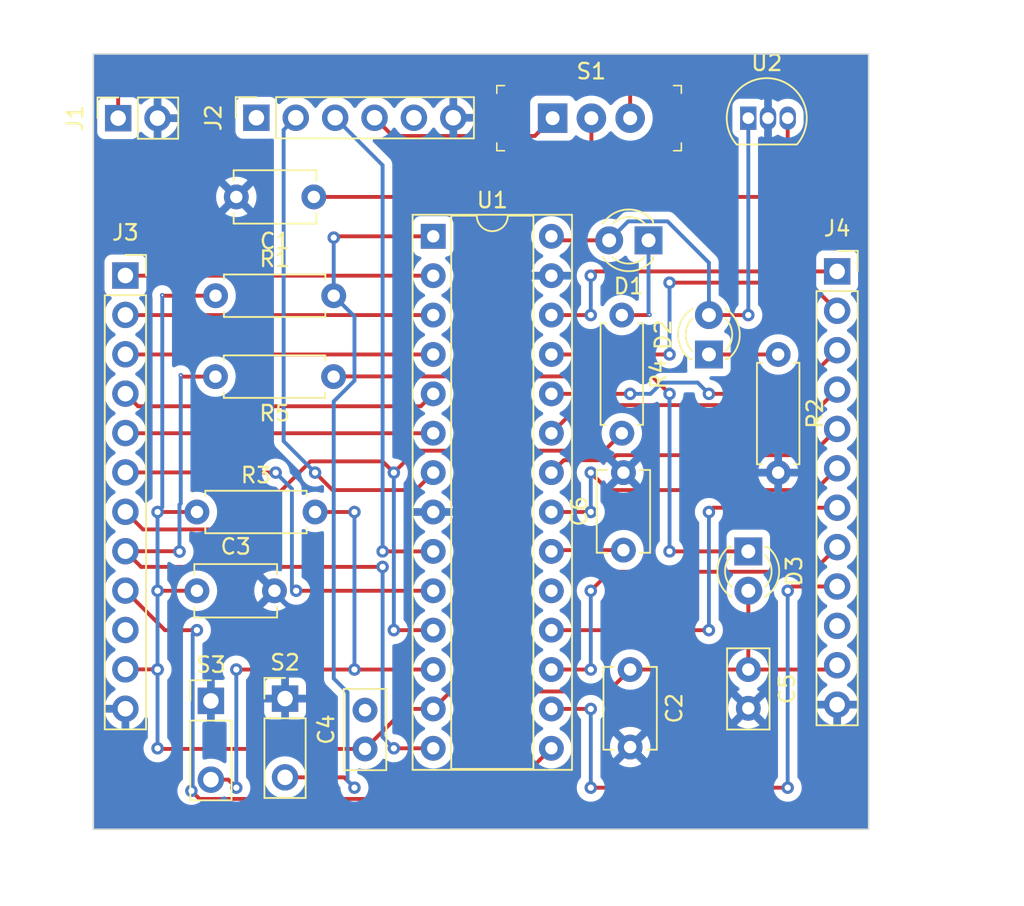
<source format=kicad_pcb>
(kicad_pcb (version 20221018) (generator pcbnew)
  (layers (0 "F.Cu" signal) (31 "B.Cu" signal) (34 "B.Paste" user) (35 "F.Paste" user) (36 "B.SilkS" user "B.Silkscreen") (37 "F.SilkS" user "F.Silkscreen") (38 "B.Mask" user) (39 "F.Mask" user) (44 "Edge.Cuts" user))
  (net 0 "")
  (net 1 "/Vin")
  (net 2 "GND")
  (net 3 "+3.3V")
  (net 4 "Net-(U1-Vcap)")
  (net 5 "Net-(D1-K)")
  (net 6 "Net-(D2-K)")
  (net 7 "Net-(D3-K)")
  (net 8 "Net-(J1-Pin_1)")
  (net 10 "/U1TX")
  (net 11 "/U1RX")
  (net 12 "+5V")
  (net 14 "/A0")
  (net 15 "/A1")
  (net 16 "/B0")
  (net 17 "/B1")
  (net 18 "/B2")
  (net 19 "/A3")
  (net 20 "/GREEN")
  (net 21 "/YELLOW")
  (net 22 "/B6")
  (net 24 "/B15")
  (net 25 "/B14")
  (net 26 "/B13")
  (net 27 "/B12")
  (net 28 "/B11")
  (net 29 "/B10")
  (net 30 "/B9")
  (net 31 "/B8")
  (net 32 "/B7")
  (net 34 "/MCLR")
  (net 35 "/USER")
  (footprint "Resistor_THT:R_Axial_DIN0207_L6.3mm_D2.5mm_P7.62mm_Horizontal" (layer "F.Cu") (at 107.882239 115.591474)
    (fp_text reference "R1" (at 3.81 -2.37) (layer "F.SilkS"))
    (fp_text value "10K")
    (fp_line (start 0.54 -1.37) (end 7.08 -1.37) (stroke (width 0.12)) (layer "F.SilkS"))
    (fp_line (start 0.54 -1.04) (end 0.54 -1.37) (stroke (width 0.12)) (layer "F.SilkS"))
    (fp_line (start 0.54 1.04) (end 0.54 1.37) (stroke (width 0.12)) (layer "F.SilkS"))
    (fp_line (start 0.54 1.37) (end 7.08 1.37) (stroke (width 0.12)) (layer "F.SilkS"))
    (fp_line (start 7.08 -1.37) (end 7.08 -1.04) (stroke (width 0.12)) (layer "F.SilkS"))
    (fp_line (start 7.08 1.37) (end 7.08 1.04) (stroke (width 0.12)) (layer "F.SilkS"))
    (pad "1" thru_hole circle (at 0 0) (size 1.6 1.6) (drill 0.8) (layers "*.Cu" "*.Mask") (net 3 "+3.3V"))
    (pad "2" thru_hole oval (at 7.62 0) (size 1.6 1.6) (drill 0.8) (layers "*.Cu" "*.Mask") (net 34 "/MCLR"))
  )
  (footprint "Resistor_THT:R_Axial_DIN0207_L6.3mm_D2.5mm_P7.62mm_Horizontal" (layer "F.Cu") (at 106.68 129.54)
    (fp_text reference "R3" (at 3.81 -2.37) (layer "F.SilkS"))
    (fp_text value "10K")
    (fp_line (start 0.54 -1.37) (end 7.08 -1.37) (stroke (width 0.12)) (layer "F.SilkS"))
    (fp_line (start 0.54 -1.04) (end 0.54 -1.37) (stroke (width 0.12)) (layer "F.SilkS"))
    (fp_line (start 0.54 1.04) (end 0.54 1.37) (stroke (width 0.12)) (layer "F.SilkS"))
    (fp_line (start 0.54 1.37) (end 7.08 1.37) (stroke (width 0.12)) (layer "F.SilkS"))
    (fp_line (start 7.08 -1.37) (end 7.08 -1.04) (stroke (width 0.12)) (layer "F.SilkS"))
    (fp_line (start 7.08 1.37) (end 7.08 1.04) (stroke (width 0.12)) (layer "F.SilkS"))
    (pad "1" thru_hole circle (at 0 0) (size 1.6 1.6) (drill 0.8) (layers "*.Cu" "*.Mask") (net 3 "+3.3V"))
    (pad "2" thru_hole oval (at 7.62 0) (size 1.6 1.6) (drill 0.8) (layers "*.Cu" "*.Mask") (net 35 "/USER"))
  )
  (footprint "LED_THT:LED_D3.0mm" (layer "F.Cu") (at 142.24 132.08 -90)
    (fp_text reference "D3" (at 1.27 -2.96 90) (layer "F.SilkS"))
    (fp_text value "YELLOW")
    (fp_line (start -0.29 -1.236) (end -0.29 -1.08) (stroke (width 0.12)) (layer "F.SilkS"))
    (fp_line (start -0.29 1.08) (end -0.29 1.236) (stroke (width 0.12)) (layer "F.SilkS"))
    (fp_arc (start -0.29 -1.235516) (mid 1.366487 -1.987659) (end 2.942335 -1.078608) (stroke (width 0.12)) (layer "F.SilkS"))
    (fp_arc (start 0.229039 -1.08) (mid 1.270117 -1.5) (end 2.31113 -1.079837) (stroke (width 0.12)) (layer "F.SilkS"))
    (fp_arc (start 2.31113 1.079837) (mid 1.270117 1.5) (end 0.229039 1.08) (stroke (width 0.12)) (layer "F.SilkS"))
    (fp_arc (start 2.942335 1.078608) (mid 1.366487 1.987659) (end -0.29 1.235516) (stroke (width 0.12)) (layer "F.SilkS"))
    (pad "1" thru_hole rect (at 0 0 270) (size 1.8 1.8) (drill 0.9) (layers "*.Cu" "*.Mask") (net 7 "Net-(D3-K)"))
    (pad "2" thru_hole circle (at 2.54 0 270) (size 1.8 1.8) (drill 0.9) (layers "*.Cu" "*.Mask") (net 3 "+3.3V"))
  )
  (footprint "Capacitor_THT:C_Disc_D5.0mm_W2.5mm_P2.50mm" (layer "F.Cu") (at 117.520667 144.820116 90)
    (fp_text reference "C4" (at 1.25 -2.5 90) (layer "F.SilkS"))
    (fp_text value "0.1 uF")
    (fp_line (start -1.37 -1.37) (end -1.37 1.37) (stroke (width 0.12)) (layer "F.SilkS"))
    (fp_line (start -1.37 -1.37) (end 3.87 -1.37) (stroke (width 0.12)) (layer "F.SilkS"))
    (fp_line (start -1.37 1.37) (end 3.87 1.37) (stroke (width 0.12)) (layer "F.SilkS"))
    (fp_line (start 3.87 -1.37) (end 3.87 1.37) (stroke (width 0.12)) (layer "F.SilkS"))
    (pad "1" thru_hole circle (at 0 0 90) (size 1.6 1.6) (drill 0.8) (layers "*.Cu" "*.Mask") (net 3 "+3.3V"))
    (pad "2" thru_hole circle (at 2.5 0 90) (size 1.6 1.6) (drill 0.8) (layers "*.Cu" "*.Mask") (net 2 "GND"))
  )
  (footprint "Resistor_THT:R_Axial_DIN0207_L6.3mm_D2.5mm_P7.62mm_Horizontal" (layer "F.Cu") (at 134.081755 116.84 -90)
    (fp_text reference "R4" (at 3.81 -2.37 90) (layer "F.SilkS"))
    (fp_text value "330")
    (fp_line (start 0.54 -1.37) (end 7.08 -1.37) (stroke (width 0.12)) (layer "F.SilkS"))
    (fp_line (start 0.54 -1.04) (end 0.54 -1.37) (stroke (width 0.12)) (layer "F.SilkS"))
    (fp_line (start 0.54 1.04) (end 0.54 1.37) (stroke (width 0.12)) (layer "F.SilkS"))
    (fp_line (start 0.54 1.37) (end 7.08 1.37) (stroke (width 0.12)) (layer "F.SilkS"))
    (fp_line (start 7.08 -1.37) (end 7.08 -1.04) (stroke (width 0.12)) (layer "F.SilkS"))
    (fp_line (start 7.08 1.37) (end 7.08 1.04) (stroke (width 0.12)) (layer "F.SilkS"))
    (pad "1" thru_hole circle (at 0 0 270) (size 1.6 1.6) (drill 0.8) (layers "*.Cu" "*.Mask") (net 5 "Net-(D1-K)"))
    (pad "2" thru_hole oval (at 7.62 0 270) (size 1.6 1.6) (drill 0.8) (layers "*.Cu" "*.Mask") (net 20 "/GREEN"))
  )
  (footprint "Connector_PinSocket_2.54mm:PinSocket_1x12_P2.54mm_Vertical" (layer "F.Cu") (at 102.06788 114.288943)
    (fp_text reference "J3" (at 0 -2.77) (layer "F.SilkS"))
    (fp_text value "LEFT")
    (fp_line (start -1.33 1.27) (end -1.33 29.27) (stroke (width 0.12)) (layer "F.SilkS"))
    (fp_line (start -1.33 1.27) (end 1.33 1.27) (stroke (width 0.12)) (layer "F.SilkS"))
    (fp_line (start -1.33 29.27) (end 1.33 29.27) (stroke (width 0.12)) (layer "F.SilkS"))
    (fp_line (start 0 -1.33) (end 1.33 -1.33) (stroke (width 0.12)) (layer "F.SilkS"))
    (fp_line (start 1.33 -1.33) (end 1.33 0) (stroke (width 0.12)) (layer "F.SilkS"))
    (fp_line (start 1.33 1.27) (end 1.33 29.27) (stroke (width 0.12)) (layer "F.SilkS"))
    (pad "1" thru_hole rect (at 0 0) (size 1.7 1.7) (drill 1) (layers "*.Cu" "*.Mask") (net 14 "/A0"))
    (pad "2" thru_hole oval (at 0 2.54) (size 1.7 1.7) (drill 1) (layers "*.Cu" "*.Mask") (net 15 "/A1"))
    (pad "3" thru_hole oval (at 0 5.08) (size 1.7 1.7) (drill 1) (layers "*.Cu" "*.Mask") (net 16 "/B0"))
    (pad "4" thru_hole oval (at 0 7.62) (size 1.7 1.7) (drill 1) (layers "*.Cu" "*.Mask") (net 17 "/B1"))
    (pad "5" thru_hole oval (at 0 10.16) (size 1.7 1.7) (drill 1) (layers "*.Cu" "*.Mask") (net 18 "/B2"))
    (pad "6" thru_hole oval (at 0 12.7) (size 1.7 1.7) (drill 1) (layers "*.Cu" "*.Mask") (net 19 "/A3"))
    (pad "7" thru_hole oval (at 0 15.24) (size 1.7 1.7) (drill 1) (layers "*.Cu" "*.Mask") (net 20 "/GREEN"))
    (pad "8" thru_hole oval (at 0 17.78) (size 1.7 1.7) (drill 1) (layers "*.Cu" "*.Mask") (net 21 "/YELLOW"))
    (pad "9" thru_hole oval (at 0 20.32) (size 1.7 1.7) (drill 1) (layers "*.Cu" "*.Mask") (net 22 "/B6"))
    (pad "10" thru_hole oval (at 0 22.86) (size 1.7 1.7) (drill 1) (layers "*.Cu" "*.Mask"))
    (pad "11" thru_hole oval (at 0 25.4) (size 1.7 1.7) (drill 1) (layers "*.Cu" "*.Mask") (net 3 "+3.3V"))
    (pad "12" thru_hole oval (at 0 27.94) (size 1.7 1.7) (drill 1) (layers "*.Cu" "*.Mask") (net 2 "GND"))
  )
  (footprint "Package_TO_SOT_THT:TO-92L_Inline" (layer "F.Cu") (at 142.24 104.14)
    (fp_text reference "U2" (at 1.19 -3.56) (layer "F.SilkS"))
    (fp_text value "AP7384-33V")
    (fp_line (start -0.75 1.7) (end 3.1 1.7) (stroke (width 0.12)) (layer "F.SilkS"))
    (fp_arc (start -0.75 1.7) (mid 1.183448 -2.579449) (end 3.138611 1.690122) (stroke (width 0.12)) (layer "F.SilkS"))
    (pad "1" thru_hole rect (at 0 0) (size 1.05 1.5) (drill 0.75) (layers "*.Cu" "*.Mask") (net 3 "+3.3V"))
    (pad "2" thru_hole oval (at 1.27 0) (size 1.05 1.5) (drill 0.75) (layers "*.Cu" "*.Mask") (net 2 "GND"))
    (pad "3" thru_hole oval (at 2.54 0) (size 1.05 1.5) (drill 0.75) (layers "*.Cu" "*.Mask") (net 1 "/Vin"))
  )
  (footprint "Capacitor_THT:C_Disc_D5.1mm_W3.2mm_P5.00mm" (layer "F.Cu") (at 134.185814 132 90)
    (fp_text reference "C6" (at 2.5 -2.85 90) (layer "F.SilkS"))
    (fp_text value "1 uF")
    (fp_line (start -0.17 -1.721) (end -0.17 -1.055) (stroke (width 0.12)) (layer "F.SilkS"))
    (fp_line (start -0.17 -1.721) (end 5.17 -1.721) (stroke (width 0.12)) (layer "F.SilkS"))
    (fp_line (start -0.17 1.055) (end -0.17 1.721) (stroke (width 0.12)) (layer "F.SilkS"))
    (fp_line (start -0.17 1.721) (end 5.17 1.721) (stroke (width 0.12)) (layer "F.SilkS"))
    (fp_line (start 5.17 -1.721) (end 5.17 -1.055) (stroke (width 0.12)) (layer "F.SilkS"))
    (fp_line (start 5.17 1.055) (end 5.17 1.721) (stroke (width 0.12)) (layer "F.SilkS"))
    (pad "1" thru_hole circle (at 0 0 90) (size 1.6 1.6) (drill 0.8) (layers "*.Cu" "*.Mask") (net 4 "Net-(U1-Vcap)"))
    (pad "2" thru_hole circle (at 5 0 90) (size 1.6 1.6) (drill 0.8) (layers "*.Cu" "*.Mask") (net 2 "GND"))
  )
  (footprint "Capacitor_THT:C_Disc_D5.1mm_W3.2mm_P5.00mm" (layer "F.Cu") (at 106.68 134.62)
    (fp_text reference "C3" (at 2.5 -2.85) (layer "F.SilkS"))
    (fp_text value "1uF")
    (fp_line (start -0.17 -1.721) (end -0.17 -1.055) (stroke (width 0.12)) (layer "F.SilkS"))
    (fp_line (start -0.17 -1.721) (end 5.17 -1.721) (stroke (width 0.12)) (layer "F.SilkS"))
    (fp_line (start -0.17 1.055) (end -0.17 1.721) (stroke (width 0.12)) (layer "F.SilkS"))
    (fp_line (start -0.17 1.721) (end 5.17 1.721) (stroke (width 0.12)) (layer "F.SilkS"))
    (fp_line (start 5.17 -1.721) (end 5.17 -1.055) (stroke (width 0.12)) (layer "F.SilkS"))
    (fp_line (start 5.17 1.055) (end 5.17 1.721) (stroke (width 0.12)) (layer "F.SilkS"))
    (pad "1" thru_hole circle (at 0 0) (size 1.6 1.6) (drill 0.8) (layers "*.Cu" "*.Mask") (net 3 "+3.3V"))
    (pad "2" thru_hole circle (at 5 0) (size 1.6 1.6) (drill 0.8) (layers "*.Cu" "*.Mask") (net 2 "GND"))
  )
  (footprint "pic32:Push_Button" (layer "F.Cu") (at 107.581274 141.722258)
    (fp_text reference "S3" (at 0 -2.33) (layer "F.SilkS"))
    (fp_text value "USER")
    (fp_line (start -1.33 -1.33) (end 0 -1.33) (stroke (width 0.12)) (layer "F.SilkS"))
    (fp_line (start -1.33 0) (end -1.33 -1.33) (stroke (width 0.12)) (layer "F.SilkS"))
    (fp_line (start -1.33 1.27) (end -1.33 6.41) (stroke (width 0.12)) (layer "F.SilkS"))
    (fp_line (start -1.33 1.27) (end 1.33 1.27) (stroke (width 0.12)) (layer "F.SilkS"))
    (fp_line (start -1.33 6.41) (end 1.33 6.41) (stroke (width 0.12)) (layer "F.SilkS"))
    (fp_line (start 1.33 1.27) (end 1.33 6.41) (stroke (width 0.12)) (layer "F.SilkS"))
    (pad "1" thru_hole rect (at 0 0) (size 1.7 1.7) (drill 1) (layers "*.Cu" "*.Mask") (net 2 "GND"))
    (pad "2" thru_hole oval (at 0 5.08) (size 1.7 1.7) (drill 1) (layers "*.Cu" "*.Mask") (net 35 "/USER"))
  )
  (footprint "pic32:Push_Button" (layer "F.Cu") (at 112.36414 141.572794)
    (fp_text reference "S2" (at 0 -2.33) (layer "F.SilkS"))
    (fp_text value "MCLR")
    (fp_line (start -1.33 -1.33) (end 0 -1.33) (stroke (width 0.12)) (layer "F.SilkS"))
    (fp_line (start -1.33 0) (end -1.33 -1.33) (stroke (width 0.12)) (layer "F.SilkS"))
    (fp_line (start -1.33 1.27) (end -1.33 6.41) (stroke (width 0.12)) (layer "F.SilkS"))
    (fp_line (start -1.33 1.27) (end 1.33 1.27) (stroke (width 0.12)) (layer "F.SilkS"))
    (fp_line (start -1.33 6.41) (end 1.33 6.41) (stroke (width 0.12)) (layer "F.SilkS"))
    (fp_line (start 1.33 1.27) (end 1.33 6.41) (stroke (width 0.12)) (layer "F.SilkS"))
    (pad "1" thru_hole rect (at 0 0) (size 1.7 1.7) (drill 1) (layers "*.Cu" "*.Mask") (net 2 "GND"))
    (pad "2" thru_hole oval (at 0 5.08) (size 1.7 1.7) (drill 1) (layers "*.Cu" "*.Mask") (net 34 "/MCLR"))
  )
  (footprint "Package_DIP:DIP-28_W7.62mm_Socket" (layer "F.Cu") (at 121.92 111.76)
    (fp_text reference "U1" (at 3.81 -2.33) (layer "F.SilkS"))
    (fp_text value "PIC32MX170F256B")
    (fp_line (start -1.33 -1.39) (end -1.33 34.41) (stroke (width 0.12)) (layer "F.SilkS"))
    (fp_line (start -1.33 34.41) (end 8.95 34.41) (stroke (width 0.12)) (layer "F.SilkS"))
    (fp_line (start 1.16 -1.33) (end 1.16 34.35) (stroke (width 0.12)) (layer "F.SilkS"))
    (fp_line (start 1.16 34.35) (end 6.46 34.35) (stroke (width 0.12)) (layer "F.SilkS"))
    (fp_line (start 2.81 -1.33) (end 1.16 -1.33) (stroke (width 0.12)) (layer "F.SilkS"))
    (fp_line (start 6.46 -1.33) (end 4.81 -1.33) (stroke (width 0.12)) (layer "F.SilkS"))
    (fp_line (start 6.46 34.35) (end 6.46 -1.33) (stroke (width 0.12)) (layer "F.SilkS"))
    (fp_line (start 8.95 -1.39) (end -1.33 -1.39) (stroke (width 0.12)) (layer "F.SilkS"))
    (fp_line (start 8.95 34.41) (end 8.95 -1.39) (stroke (width 0.12)) (layer "F.SilkS"))
    (fp_arc (start 4.81 -1.33) (mid 3.81 -0.33) (end 2.81 -1.33) (stroke (width 0.12)) (layer "F.SilkS"))
    (pad "1" thru_hole rect (at 0 0) (size 1.6 1.6) (drill 0.8) (layers "*.Cu" "*.Mask") (net 34 "/MCLR"))
    (pad "2" thru_hole oval (at 0 2.54) (size 1.6 1.6) (drill 0.8) (layers "*.Cu" "*.Mask") (net 14 "/A0"))
    (pad "3" thru_hole oval (at 0 5.08) (size 1.6 1.6) (drill 0.8) (layers "*.Cu" "*.Mask") (net 15 "/A1"))
    (pad "4" thru_hole oval (at 0 7.62) (size 1.6 1.6) (drill 0.8) (layers "*.Cu" "*.Mask") (net 16 "/B0"))
    (pad "5" thru_hole oval (at 0 10.16) (size 1.6 1.6) (drill 0.8) (layers "*.Cu" "*.Mask") (net 17 "/B1"))
    (pad "6" thru_hole oval (at 0 12.7) (size 1.6 1.6) (drill 0.8) (layers "*.Cu" "*.Mask") (net 18 "/B2"))
    (pad "7" thru_hole oval (at 0 15.24) (size 1.6 1.6) (drill 0.8) (layers "*.Cu" "*.Mask") (net 10 "/U1TX"))
    (pad "8" thru_hole oval (at 0 17.78) (size 1.6 1.6) (drill 0.8) (layers "*.Cu" "*.Mask") (net 2 "GND"))
    (pad "9" thru_hole oval (at 0 20.32) (size 1.6 1.6) (drill 0.8) (layers "*.Cu" "*.Mask") (net 11 "/U1RX"))
    (pad "10" thru_hole oval (at 0 22.86) (size 1.6 1.6) (drill 0.8) (layers "*.Cu" "*.Mask") (net 19 "/A3"))
    (pad "11" thru_hole oval (at 0 25.4) (size 1.6 1.6) (drill 0.8) (layers "*.Cu" "*.Mask") (net 20 "/GREEN"))
    (pad "12" thru_hole oval (at 0 27.94) (size 1.6 1.6) (drill 0.8) (layers "*.Cu" "*.Mask") (net 35 "/USER"))
    (pad "13" thru_hole oval (at 0 30.48) (size 1.6 1.6) (drill 0.8) (layers "*.Cu" "*.Mask") (net 3 "+3.3V"))
    (pad "14" thru_hole oval (at 0 33.02) (size 1.6 1.6) (drill 0.8) (layers "*.Cu" "*.Mask") (net 21 "/YELLOW"))
    (pad "15" thru_hole oval (at 7.62 33.02) (size 1.6 1.6) (drill 0.8) (layers "*.Cu" "*.Mask") (net 22 "/B6"))
    (pad "16" thru_hole oval (at 7.62 30.48) (size 1.6 1.6) (drill 0.8) (layers "*.Cu" "*.Mask") (net 32 "/B7"))
    (pad "17" thru_hole oval (at 7.62 27.94) (size 1.6 1.6) (drill 0.8) (layers "*.Cu" "*.Mask") (net 31 "/B8"))
    (pad "18" thru_hole oval (at 7.62 25.4) (size 1.6 1.6) (drill 0.8) (layers "*.Cu" "*.Mask") (net 30 "/B9"))
    (pad "19" thru_hole oval (at 7.62 22.86) (size 1.6 1.6) (drill 0.8) (layers "*.Cu" "*.Mask"))
    (pad "20" thru_hole oval (at 7.62 20.32) (size 1.6 1.6) (drill 0.8) (layers "*.Cu" "*.Mask") (net 4 "Net-(U1-Vcap)"))
    (pad "21" thru_hole oval (at 7.62 17.78) (size 1.6 1.6) (drill 0.8) (layers "*.Cu" "*.Mask") (net 29 "/B10"))
    (pad "22" thru_hole oval (at 7.62 15.24) (size 1.6 1.6) (drill 0.8) (layers "*.Cu" "*.Mask") (net 28 "/B11"))
    (pad "23" thru_hole oval (at 7.62 12.7) (size 1.6 1.6) (drill 0.8) (layers "*.Cu" "*.Mask") (net 27 "/B12"))
    (pad "24" thru_hole oval (at 7.62 10.16) (size 1.6 1.6) (drill 0.8) (layers "*.Cu" "*.Mask") (net 26 "/B13"))
    (pad "25" thru_hole oval (at 7.62 7.62) (size 1.6 1.6) (drill 0.8) (layers "*.Cu" "*.Mask") (net 25 "/B14"))
    (pad "26" thru_hole oval (at 7.62 5.08) (size 1.6 1.6) (drill 0.8) (layers "*.Cu" "*.Mask") (net 24 "/B15"))
    (pad "27" thru_hole oval (at 7.62 2.54) (size 1.6 1.6) (drill 0.8) (layers "*.Cu" "*.Mask") (net 2 "GND"))
    (pad "28" thru_hole oval (at 7.62 0) (size 1.6 1.6) (drill 0.8) (layers "*.Cu" "*.Mask") (net 3 "+3.3V"))
  )
  (footprint "Resistor_THT:R_Axial_DIN0207_L6.3mm_D2.5mm_P7.62mm_Horizontal" (layer "F.Cu") (at 144.167113 119.38 -90)
    (fp_text reference "R2" (at 3.81 -2.37 90) (layer "F.SilkS"))
    (fp_text value "330")
    (fp_line (start 0.54 -1.37) (end 7.08 -1.37) (stroke (width 0.12)) (layer "F.SilkS"))
    (fp_line (start 0.54 -1.04) (end 0.54 -1.37) (stroke (width 0.12)) (layer "F.SilkS"))
    (fp_line (start 0.54 1.04) (end 0.54 1.37) (stroke (width 0.12)) (layer "F.SilkS"))
    (fp_line (start 0.54 1.37) (end 7.08 1.37) (stroke (width 0.12)) (layer "F.SilkS"))
    (fp_line (start 7.08 -1.37) (end 7.08 -1.04) (stroke (width 0.12)) (layer "F.SilkS"))
    (fp_line (start 7.08 1.37) (end 7.08 1.04) (stroke (width 0.12)) (layer "F.SilkS"))
    (pad "1" thru_hole circle (at 0 0 270) (size 1.6 1.6) (drill 0.8) (layers "*.Cu" "*.Mask") (net 6 "Net-(D2-K)"))
    (pad "2" thru_hole oval (at 7.62 0 270) (size 1.6 1.6) (drill 0.8) (layers "*.Cu" "*.Mask") (net 2 "GND"))
  )
  (footprint "Resistor_THT:R_Axial_DIN0207_L6.3mm_D2.5mm_P7.62mm_Horizontal" (layer "F.Cu") (at 115.493968 120.809705 180)
    (fp_text reference "R5" (at 3.81 -2.37) (layer "F.SilkS"))
    (fp_text value "330")
    (fp_line (start 0.54 -1.37) (end 7.08 -1.37) (stroke (width 0.12)) (layer "F.SilkS"))
    (fp_line (start 0.54 -1.04) (end 0.54 -1.37) (stroke (width 0.12)) (layer "F.SilkS"))
    (fp_line (start 0.54 1.04) (end 0.54 1.37) (stroke (width 0.12)) (layer "F.SilkS"))
    (fp_line (start 0.54 1.37) (end 7.08 1.37) (stroke (width 0.12)) (layer "F.SilkS"))
    (fp_line (start 7.08 -1.37) (end 7.08 -1.04) (stroke (width 0.12)) (layer "F.SilkS"))
    (fp_line (start 7.08 1.37) (end 7.08 1.04) (stroke (width 0.12)) (layer "F.SilkS"))
    (pad "1" thru_hole circle (at 0 0 180) (size 1.6 1.6) (drill 0.8) (layers "*.Cu" "*.Mask") (net 7 "Net-(D3-K)"))
    (pad "2" thru_hole oval (at 7.62 0 180) (size 1.6 1.6) (drill 0.8) (layers "*.Cu" "*.Mask") (net 21 "/YELLOW"))
  )
  (footprint "Connector_PinSocket_2.54mm:PinSocket_1x02_P2.54mm_Vertical" (layer "F.Cu") (at 101.6 104.14 90)
    (fp_text reference "J1" (at 0 -2.77 90) (layer "F.SilkS"))
    (fp_text value "Battery")
    (fp_line (start -1.33 1.27) (end -1.33 3.87) (stroke (width 0.12)) (layer "F.SilkS"))
    (fp_line (start -1.33 1.27) (end 1.33 1.27) (stroke (width 0.12)) (layer "F.SilkS"))
    (fp_line (start -1.33 3.87) (end 1.33 3.87) (stroke (width 0.12)) (layer "F.SilkS"))
    (fp_line (start 0 -1.33) (end 1.33 -1.33) (stroke (width 0.12)) (layer "F.SilkS"))
    (fp_line (start 1.33 -1.33) (end 1.33 0) (stroke (width 0.12)) (layer "F.SilkS"))
    (fp_line (start 1.33 1.27) (end 1.33 3.87) (stroke (width 0.12)) (layer "F.SilkS"))
    (pad "1" thru_hole rect (at 0 0 90) (size 1.7 1.7) (drill 1) (layers "*.Cu" "*.Mask") (net 8 "Net-(J1-Pin_1)"))
    (pad "2" thru_hole oval (at 0 2.54 90) (size 1.7 1.7) (drill 1) (layers "*.Cu" "*.Mask") (net 2 "GND"))
  )
  (footprint "Capacitor_THT:C_Disc_D5.1mm_W3.2mm_P5.00mm" (layer "F.Cu") (at 114.22 109.22 180)
    (fp_text reference "C1" (at 2.5 -2.85) (layer "F.SilkS"))
    (fp_text value "1uF")
    (fp_line (start -0.17 -1.721) (end -0.17 -1.055) (stroke (width 0.12)) (layer "F.SilkS"))
    (fp_line (start -0.17 -1.721) (end 5.17 -1.721) (stroke (width 0.12)) (layer "F.SilkS"))
    (fp_line (start -0.17 1.055) (end -0.17 1.721) (stroke (width 0.12)) (layer "F.SilkS"))
    (fp_line (start -0.17 1.721) (end 5.17 1.721) (stroke (width 0.12)) (layer "F.SilkS"))
    (fp_line (start 5.17 -1.721) (end 5.17 -1.055) (stroke (width 0.12)) (layer "F.SilkS"))
    (fp_line (start 5.17 1.055) (end 5.17 1.721) (stroke (width 0.12)) (layer "F.SilkS"))
    (pad "1" thru_hole circle (at 0 0 180) (size 1.6 1.6) (drill 0.8) (layers "*.Cu" "*.Mask") (net 1 "/Vin"))
    (pad "2" thru_hole circle (at 5 0 180) (size 1.6 1.6) (drill 0.8) (layers "*.Cu" "*.Mask") (net 2 "GND"))
  )
  (footprint "LED_THT:LED_D3.0mm" (layer "F.Cu") (at 139.7 119.38 90)
    (fp_text reference "D2" (at 1.27 -2.96 90) (layer "F.SilkS"))
    (fp_text value "RED")
    (fp_line (start -0.29 -1.236) (end -0.29 -1.08) (stroke (width 0.12)) (layer "F.SilkS"))
    (fp_line (start -0.29 1.08) (end -0.29 1.236) (stroke (width 0.12)) (layer "F.SilkS"))
    (fp_arc (start -0.29 -1.235516) (mid 1.366487 -1.987659) (end 2.942335 -1.078608) (stroke (width 0.12)) (layer "F.SilkS"))
    (fp_arc (start 0.229039 -1.08) (mid 1.270117 -1.5) (end 2.31113 -1.079837) (stroke (width 0.12)) (layer "F.SilkS"))
    (fp_arc (start 2.31113 1.079837) (mid 1.270117 1.5) (end 0.229039 1.08) (stroke (width 0.12)) (layer "F.SilkS"))
    (fp_arc (start 2.942335 1.078608) (mid 1.366487 1.987659) (end -0.29 1.235516) (stroke (width 0.12)) (layer "F.SilkS"))
    (pad "1" thru_hole rect (at 0 0 90) (size 1.8 1.8) (drill 0.9) (layers "*.Cu" "*.Mask") (net 6 "Net-(D2-K)"))
    (pad "2" thru_hole circle (at 2.54 0 90) (size 1.8 1.8) (drill 0.9) (layers "*.Cu" "*.Mask") (net 3 "+3.3V"))
  )
  (footprint "Connector_PinSocket_2.54mm:PinSocket_1x06_P2.54mm_Vertical" (layer "F.Cu") (at 110.515 104.115 90)
    (fp_text reference "J2" (at 0 -2.77 90) (layer "F.SilkS"))
    (fp_text value "CP2102")
    (fp_line (start -1.33 1.27) (end -1.33 14.03) (stroke (width 0.12)) (layer "F.SilkS"))
    (fp_line (start -1.33 1.27) (end 1.33 1.27) (stroke (width 0.12)) (layer "F.SilkS"))
    (fp_line (start -1.33 14.03) (end 1.33 14.03) (stroke (width 0.12)) (layer "F.SilkS"))
    (fp_line (start 0 -1.33) (end 1.33 -1.33) (stroke (width 0.12)) (layer "F.SilkS"))
    (fp_line (start 1.33 -1.33) (end 1.33 0) (stroke (width 0.12)) (layer "F.SilkS"))
    (fp_line (start 1.33 1.27) (end 1.33 14.03) (stroke (width 0.12)) (layer "F.SilkS"))
    (pad "1" thru_hole rect (at 0 0 90) (size 1.7 1.7) (drill 1) (layers "*.Cu" "*.Mask"))
    (pad "2" thru_hole oval (at 0 2.54 90) (size 1.7 1.7) (drill 1) (layers "*.Cu" "*.Mask") (net 10 "/U1TX"))
    (pad "3" thru_hole oval (at 0 5.08 90) (size 1.7 1.7) (drill 1) (layers "*.Cu" "*.Mask") (net 11 "/U1RX"))
    (pad "4" thru_hole oval (at 0 7.62 90) (size 1.7 1.7) (drill 1) (layers "*.Cu" "*.Mask") (net 12 "+5V"))
    (pad "5" thru_hole oval (at 0 10.16 90) (size 1.7 1.7) (drill 1) (layers "*.Cu" "*.Mask"))
    (pad "6" thru_hole oval (at 0 12.7 90) (size 1.7 1.7) (drill 1) (layers "*.Cu" "*.Mask") (net 2 "GND"))
  )
  (footprint "digikey-footprints:Switch_Slide_11.6x4mm_EG1218" (layer "F.Cu") (at 129.62 104.14)
    (fp_text reference "S1" (at 2.49 -3.02) (layer "F.SilkS"))
    (fp_text value "SW_slide")
    (fp_line (start -3.6 -2.1) (end -3.6 -1.6) (stroke (width 0.1)) (layer "F.SilkS"))
    (fp_line (start -3.6 -2.1) (end -3.1 -2.1) (stroke (width 0.1)) (layer "F.SilkS"))
    (fp_line (start -3.6 2.1) (end -3.6 1.6) (stroke (width 0.1)) (layer "F.SilkS"))
    (fp_line (start -3.6 2.1) (end -3.1 2.1) (stroke (width 0.1)) (layer "F.SilkS"))
    (fp_line (start 8.3 -2.1) (end 7.8 -2.1) (stroke (width 0.1)) (layer "F.SilkS"))
    (fp_line (start 8.3 -2.1) (end 8.3 -1.6) (stroke (width 0.1)) (layer "F.SilkS"))
    (fp_line (start 8.3 2.1) (end 7.8 2.1) (stroke (width 0.1)) (layer "F.SilkS"))
    (fp_line (start 8.3 2.1) (end 8.3 1.6) (stroke (width 0.1)) (layer "F.SilkS"))
    (pad "1" thru_hole rect (at 0 0) (size 1.9 1.9) (drill 0.9) (layers "*.Cu" "*.Mask") (net 12 "+5V"))
    (pad "2" thru_hole circle (at 2.5 0) (size 1.9 1.9) (drill 0.9) (layers "*.Cu" "*.Mask") (net 1 "/Vin"))
    (pad "3" thru_hole circle (at 5 0) (size 1.9 1.9) (drill 0.9) (layers "*.Cu" "*.Mask") (net 8 "Net-(J1-Pin_1)"))
  )
  (footprint "Connector_PinSocket_2.54mm:PinSocket_1x12_P2.54mm_Vertical" (layer "F.Cu") (at 147.968821 114.024231)
    (fp_text reference "J4" (at 0 -2.77) (layer "F.SilkS"))
    (fp_text value "RIGHT")
    (fp_line (start -1.33 1.27) (end -1.33 29.27) (stroke (width 0.12)) (layer "F.SilkS"))
    (fp_line (start -1.33 1.27) (end 1.33 1.27) (stroke (width 0.12)) (layer "F.SilkS"))
    (fp_line (start -1.33 29.27) (end 1.33 29.27) (stroke (width 0.12)) (layer "F.SilkS"))
    (fp_line (start 0 -1.33) (end 1.33 -1.33) (stroke (width 0.12)) (layer "F.SilkS"))
    (fp_line (start 1.33 -1.33) (end 1.33 0) (stroke (width 0.12)) (layer "F.SilkS"))
    (fp_line (start 1.33 1.27) (end 1.33 29.27) (stroke (width 0.12)) (layer "F.SilkS"))
    (pad "1" thru_hole rect (at 0 0) (size 1.7 1.7) (drill 1) (layers "*.Cu" "*.Mask") (net 24 "/B15"))
    (pad "2" thru_hole oval (at 0 2.54) (size 1.7 1.7) (drill 1) (layers "*.Cu" "*.Mask") (net 25 "/B14"))
    (pad "3" thru_hole oval (at 0 5.08) (size 1.7 1.7) (drill 1) (layers "*.Cu" "*.Mask") (net 26 "/B13"))
    (pad "4" thru_hole oval (at 0 7.62) (size 1.7 1.7) (drill 1) (layers "*.Cu" "*.Mask") (net 27 "/B12"))
    (pad "5" thru_hole oval (at 0 10.16) (size 1.7 1.7) (drill 1) (layers "*.Cu" "*.Mask") (net 28 "/B11"))
    (pad "6" thru_hole oval (at 0 12.7) (size 1.7 1.7) (drill 1) (layers "*.Cu" "*.Mask") (net 29 "/B10"))
    (pad "7" thru_hole oval (at 0 15.24) (size 1.7 1.7) (drill 1) (layers "*.Cu" "*.Mask") (net 30 "/B9"))
    (pad "8" thru_hole oval (at 0 17.78) (size 1.7 1.7) (drill 1) (layers "*.Cu" "*.Mask") (net 31 "/B8"))
    (pad "9" thru_hole oval (at 0 20.32) (size 1.7 1.7) (drill 1) (layers "*.Cu" "*.Mask") (net 32 "/B7"))
    (pad "10" thru_hole oval (at 0 22.86) (size 1.7 1.7) (drill 1) (layers "*.Cu" "*.Mask"))
    (pad "11" thru_hole oval (at 0 25.4) (size 1.7 1.7) (drill 1) (layers "*.Cu" "*.Mask") (net 3 "+3.3V"))
    (pad "12" thru_hole oval (at 0 27.94) (size 1.7 1.7) (drill 1) (layers "*.Cu" "*.Mask") (net 2 "GND"))
  )
  (footprint "Capacitor_THT:C_Disc_D5.0mm_W2.5mm_P2.50mm" (layer "F.Cu") (at 142.24 139.7 -90)
    (fp_text reference "C5" (at 1.25 -2.5 90) (layer "F.SilkS"))
    (fp_text value "0.1 uF")
    (fp_line (start -1.37 -1.37) (end -1.37 1.37) (stroke (width 0.12)) (layer "F.SilkS"))
    (fp_line (start -1.37 -1.37) (end 3.87 -1.37) (stroke (width 0.12)) (layer "F.SilkS"))
    (fp_line (start -1.37 1.37) (end 3.87 1.37) (stroke (width 0.12)) (layer "F.SilkS"))
    (fp_line (start 3.87 -1.37) (end 3.87 1.37) (stroke (width 0.12)) (layer "F.SilkS"))
    (pad "1" thru_hole circle (at 0 0 270) (size 1.6 1.6) (drill 0.8) (layers "*.Cu" "*.Mask") (net 3 "+3.3V"))
    (pad "2" thru_hole circle (at 2.5 0 270) (size 1.6 1.6) (drill 0.8) (layers "*.Cu" "*.Mask") (net 2 "GND"))
  )
  (footprint "LED_THT:LED_D3.0mm" (layer "F.Cu") (at 135.806028 112.020276 180)
    (fp_text reference "D1" (at 1.27 -2.96) (layer "F.SilkS"))
    (fp_text value "GREEN")
    (fp_line (start -0.29 -1.236) (end -0.29 -1.08) (stroke (width 0.12)) (layer "F.SilkS"))
    (fp_line (start -0.29 1.08) (end -0.29 1.236) (stroke (width 0.12)) (layer "F.SilkS"))
    (fp_arc (start -0.29 -1.235516) (mid 1.366487 -1.987659) (end 2.942335 -1.078608) (stroke (width 0.12)) (layer "F.SilkS"))
    (fp_arc (start 0.229039 -1.08) (mid 1.270117 -1.5) (end 2.31113 -1.079837) (stroke (width 0.12)) (layer "F.SilkS"))
    (fp_arc (start 2.31113 1.079837) (mid 1.270117 1.5) (end 0.229039 1.08) (stroke (width 0.12)) (layer "F.SilkS"))
    (fp_arc (start 2.942335 1.078608) (mid 1.366487 1.987659) (end -0.29 1.235516) (stroke (width 0.12)) (layer "F.SilkS"))
    (pad "1" thru_hole rect (at 0 0 180) (size 1.8 1.8) (drill 0.9) (layers "*.Cu" "*.Mask") (net 5 "Net-(D1-K)"))
    (pad "2" thru_hole circle (at 2.54 0 180) (size 1.8 1.8) (drill 0.9) (layers "*.Cu" "*.Mask") (net 3 "+3.3V"))
  )
  (footprint "Capacitor_THT:C_Disc_D5.1mm_W3.2mm_P5.00mm" (layer "F.Cu") (at 134.62 139.7 -90)
    (fp_text reference "C2" (at 2.5 -2.85 90) (layer "F.SilkS"))
    (fp_text value "1uF")
    (fp_line (start -0.17 -1.721) (end -0.17 -1.055) (stroke (width 0.12)) (layer "F.SilkS"))
    (fp_line (start -0.17 -1.721) (end 5.17 -1.721) (stroke (width 0.12)) (layer "F.SilkS"))
    (fp_line (start -0.17 1.055) (end -0.17 1.721) (stroke (width 0.12)) (layer "F.SilkS"))
    (fp_line (start -0.17 1.721) (end 5.17 1.721) (stroke (width 0.12)) (layer "F.SilkS"))
    (fp_line (start 5.17 -1.721) (end 5.17 -1.055) (stroke (width 0.12)) (layer "F.SilkS"))
    (fp_line (start 5.17 1.055) (end 5.17 1.721) (stroke (width 0.12)) (layer "F.SilkS"))
    (pad "1" thru_hole circle (at 0 0 270) (size 1.6 1.6) (drill 0.8) (layers "*.Cu" "*.Mask") (net 3 "+3.3V"))
    (pad "2" thru_hole circle (at 5 0 270) (size 1.6 1.6) (drill 0.8) (layers "*.Cu" "*.Mask") (net 2 "GND"))
  )
  (gr_line (start 150 100) (end 100 100) (stroke (width 0.1)) (layer "Edge.Cuts"))
  (gr_line (start 100 100) (end 100 150) (stroke (width 0.1)) (layer "Edge.Cuts"))
  (gr_line (start 100 150) (end 150 150) (stroke (width 0.1)) (layer "Edge.Cuts"))
  (gr_line (start 150 150) (end 150 100) (stroke (width 0.1)) (layer "Edge.Cuts"))
  (segment (start 144.78 109.22) (end 132.16 109.22) (width 0.25) (layer "F.Cu") (net 1))
  (segment (start 114.22 109.22) (end 132.08 109.22) (width 0.25) (layer "F.Cu") (net 1))
  (segment (start 132.16 109.22) (end 132.12 109.18) (width 0.25) (layer "F.Cu") (net 1))
  (segment (start 144.78 104.14) (end 144.78 109.22) (width 0.25) (layer "F.Cu") (net 1))
  (segment (start 132.08 109.22) (end 132.12 109.18) (width 0.25) (layer "F.Cu") (net 1))
  (segment (start 132.12 109.18) (end 132.12 104.14) (width 0.25) (layer "F.Cu") (net 1))
  (segment (start 121.92 142.24) (end 120.100783 142.24) (width 0.25) (layer "F.Cu") (net 3))
  (segment (start 104.128943 139.688943) (end 104.14 139.7) (width 0.25) (layer "F.Cu") (net 3))
  (segment (start 133.266028 112.020276) (end 129.800276 112.020276) (width 0.25) (layer "F.Cu") (net 3))
  (segment (start 120.100783 142.24) (end 117.520667 144.820116) (width 0.25) (layer "F.Cu") (net 3))
  (segment (start 133.205 141.115) (end 134.62 139.7) (width 0.25) (layer "F.Cu") (net 3))
  (segment (start 142.24 139.7) (end 142.24 134.62) (width 0.25) (layer "F.Cu") (net 3))
  (segment (start 123.045 141.115) (end 133.205 141.115) (width 0.25) (layer "F.Cu") (net 3))
  (segment (start 142.24 139.7) (end 147.693052 139.7) (width 0.25) (layer "F.Cu") (net 3))
  (segment (start 106.68 134.62) (end 104.14 134.62) (width 0.25) (layer "F.Cu") (net 3))
  (segment (start 139.7 116.84) (end 142.24 116.84) (width 0.25) (layer "F.Cu") (net 3))
  (segment (start 104.180116 144.820116) (end 117.520667 144.820116) (width 0.25) (layer "F.Cu") (net 3))
  (segment (start 104.470553 115.591474) (end 104.445336 115.566257) (width 0.25) (layer "F.Cu") (net 3))
  (segment (start 102.06788 139.688943) (end 104.128943 139.688943) (width 0.25) (layer "F.Cu") (net 3))
  (segment (start 107.882239 115.591474) (end 104.470553 115.591474) (width 0.25) (layer "F.Cu") (net 3))
  (segment (start 104.14 144.78) (end 104.180116 144.820116) (width 0.25) (layer "F.Cu") (net 3))
  (segment (start 121.92 142.24) (end 123.045 141.115) (width 0.25) (layer "F.Cu") (net 3))
  (segment (start 129.800276 112.020276) (end 129.54 111.76) (width 0.25) (layer "F.Cu") (net 3))
  (segment (start 106.68 129.54) (end 104.14 129.54) (width 0.25) (layer "F.Cu") (net 3))
  (segment (start 147.693052 139.7) (end 147.968821 139.424231) (width 0.25) (layer "F.Cu") (net 3))
  (segment (start 134.62 139.7) (end 142.24 139.7) (width 0.25) (layer "F.Cu") (net 3))
  (via (at 104.14 139.7) (size 0.8) (drill 0.4) (layers "F.Cu" "B.Cu") (net 3))
  (via micro (at 104.445336 115.566257) (size 0.3) (drill 0.1) (layers "F.Cu" "B.Cu") (net 3))
  (via (at 104.14 129.54) (size 0.8) (drill 0.4) (layers "F.Cu" "B.Cu") (net 3))
  (via (at 104.14 144.78) (size 0.8) (drill 0.4) (layers "F.Cu" "B.Cu") (net 3))
  (via (at 104.14 134.62) (size 0.8) (drill 0.4) (layers "F.Cu" "B.Cu") (net 3))
  (via (at 142.24 116.84) (size 0.8) (drill 0.4) (layers "F.Cu" "B.Cu") (net 3))
  (via (at 104.14 139.7) (size 0.8) (drill 0.4) (layers "F.Cu" "B.Cu") (net 3))
  (via (at 104.14 139.7) (size 0.8) (drill 0.4) (layers "F.Cu" "B.Cu") (net 3))
  (via (at 104.14 139.7) (size 0.8) (drill 0.4) (layers "F.Cu" "B.Cu") (net 3))
  (via (at 104.14 139.7) (size 0.8) (drill 0.4) (layers "F.Cu" "B.Cu") (net 3))
  (segment (start 104.14 129.54) (end 104.14 134.62) (width 0.25) (layer "B.Cu") (net 3))
  (segment (start 104.14 134.62) (end 104.14 139.7) (width 0.25) (layer "B.Cu") (net 3))
  (segment (start 104.14 139.7) (end 104.14 144.78) (width 0.25) (layer "B.Cu") (net 3))
  (segment (start 142.24 116.84) (end 142.24 104.14) (width 0.25) (layer "B.Cu") (net 3))
  (segment (start 104.445336 115.566257) (end 104.445336 129.234664) (width 0.25) (layer "B.Cu") (net 3))
  (segment (start 137.031028 110.795276) (end 134.491028 110.795276) (width 0.25) (layer "B.Cu") (net 3))
  (segment (start 139.7 113.464248) (end 137.031028 110.795276) (width 0.25) (layer "B.Cu") (net 3))
  (segment (start 104.445336 129.234664) (end 104.14 129.54) (width 0.25) (layer "B.Cu") (net 3))
  (segment (start 139.7 116.84) (end 139.7 113.464248) (width 0.25) (layer "B.Cu") (net 3))
  (segment (start 134.491028 110.795276) (end 133.266028 112.020276) (width 0.25) (layer "B.Cu") (net 3))
  (segment (start 129.62 132) (end 129.54 132.08) (width 0.25) (layer "F.Cu") (net 4))
  (segment (start 134.185814 132) (end 129.62 132) (width 0.25) (layer "F.Cu") (net 4))
  (segment (start 135.842504 116.84) (end 135.862086 116.820418) (width 0.25) (layer "F.Cu") (net 5))
  (segment (start 134.081755 116.84) (end 135.842504 116.84) (width 0.25) (layer "F.Cu") (net 5))
  (via micro (at 135.862086 116.820418) (size 0.3) (drill 0.1) (layers "F.Cu" "B.Cu") (net 5))
  (segment (start 135.862086 116.820418) (end 135.806028 116.76436) (width 0.25) (layer "B.Cu") (net 5))
  (segment (start 135.806028 116.76436) (end 135.806028 112.020276) (width 0.25) (layer "B.Cu") (net 5))
  (segment (start 139.7 119.38) (end 144.167113 119.38) (width 0.25) (layer "F.Cu") (net 6))
  (segment (start 137.16 121.92) (end 136.035 120.795) (width 0.25) (layer "F.Cu") (net 7))
  (segment (start 115.508673 120.795) (end 115.493968 120.809705) (width 0.25) (layer "F.Cu") (net 7))
  (segment (start 142.24 132.08) (end 137.16 132.08) (width 0.25) (layer "F.Cu") (net 7))
  (segment (start 136.035 120.795) (end 115.508673 120.795) (width 0.25) (layer "F.Cu") (net 7))
  (via (at 137.16 132.08) (size 0.8) (drill 0.4) (layers "F.Cu" "B.Cu") (net 7))
  (via (at 137.16 121.92) (size 0.8) (drill 0.4) (layers "F.Cu" "B.Cu") (net 7))
  (segment (start 137.16 132.08) (end 137.16 121.92) (width 0.25) (layer "B.Cu") (net 7))
  (segment (start 134.62 101.6) (end 134.62 104.14) (width 0.25) (layer "F.Cu") (net 8))
  (segment (start 101.6 104.14) (end 101.6 101.6) (width 0.25) (layer "F.Cu") (net 8))
  (segment (start 101.6 101.6) (end 134.62 101.6) (width 0.25) (layer "F.Cu") (net 8))
  (segment (start 120.795 128.125) (end 121.92 127) (width 0.25) (layer "F.Cu") (net 10))
  (segment (start 114.3 127) (end 115.425 128.125) (width 0.25) (layer "F.Cu") (net 10))
  (segment (start 115.425 128.125) (end 120.795 128.125) (width 0.25) (layer "F.Cu") (net 10))
  (via (at 114.3 127) (size 0.8) (drill 0.4) (layers "F.Cu" "B.Cu") (net 10))
  (segment (start 112.272652 104.897348) (end 112.272652 124.972652) (width 0.25) (layer "B.Cu") (net 10))
  (segment (start 112.272652 124.972652) (end 114.3 127) (width 0.25) (layer "B.Cu") (net 10))
  (segment (start 113.055 104.115) (end 112.272652 104.897348) (width 0.25) (layer "B.Cu") (net 10))
  (segment (start 118.6555 132.08) (end 121.92 132.08) (width 0.25) (layer "F.Cu") (net 11))
  (via (at 118.6555 132.08) (size 0.8) (drill 0.4) (layers "F.Cu" "B.Cu") (net 11))
  (segment (start 118.6555 131.8055) (end 118.6555 132.08) (width 0.25) (layer "B.Cu") (net 11))
  (segment (start 115.595 104.115) (end 118.655 107.175) (width 0.25) (layer "B.Cu") (net 11))
  (segment (start 118.655 107.175) (end 118.655 131.805) (width 0.25) (layer "B.Cu") (net 11))
  (segment (start 118.655 131.805) (end 118.6555 131.8055) (width 0.25) (layer "B.Cu") (net 11))
  (segment (start 119.31 105.29) (end 118.135 104.115) (width 0.25) (layer "F.Cu") (net 12))
  (segment (start 129.62 104.14) (end 128.47 105.29) (width 0.25) (layer "F.Cu") (net 12))
  (segment (start 128.47 105.29) (end 119.31 105.29) (width 0.25) (layer "F.Cu") (net 12))
  (segment (start 121.92 114.3) (end 102.078937 114.3) (width 0.25) (layer "F.Cu") (net 14))
  (segment (start 102.078937 114.3) (end 102.06788 114.288943) (width 0.25) (layer "F.Cu") (net 14))
  (segment (start 121.92 116.84) (end 102.078937 116.84) (width 0.25) (layer "F.Cu") (net 15))
  (segment (start 102.078937 116.84) (end 102.06788 116.828943) (width 0.25) (layer "F.Cu") (net 15))
  (segment (start 121.92 119.38) (end 102.078937 119.38) (width 0.25) (layer "F.Cu") (net 16))
  (segment (start 102.078937 119.38) (end 102.06788 119.368943) (width 0.25) (layer "F.Cu") (net 16))
  (segment (start 121.120001 122.719999) (end 102.878936 122.719999) (width 0.25) (layer "F.Cu") (net 17))
  (segment (start 121.92 121.92) (end 121.120001 122.719999) (width 0.25) (layer "F.Cu") (net 17))
  (segment (start 102.878936 122.719999) (end 102.06788 121.908943) (width 0.25) (layer "F.Cu") (net 17))
  (segment (start 102.078937 124.46) (end 102.06788 124.448943) (width 0.25) (layer "F.Cu") (net 18))
  (segment (start 121.92 124.46) (end 102.078937 124.46) (width 0.25) (layer "F.Cu") (net 18))
  (segment (start 111.748943 126.988943) (end 111.76 127) (width 0.25) (layer "F.Cu") (net 19))
  (segment (start 113.079503 134.62) (end 121.92 134.62) (width 0.25) (layer "F.Cu") (net 19))
  (segment (start 102.06788 126.988943) (end 111.748943 126.988943) (width 0.25) (layer "F.Cu") (net 19))
  (via (at 113.079503 134.62) (size 0.8) (drill 0.4) (layers "F.Cu" "B.Cu") (net 19))
  (via (at 111.76 127) (size 0.8) (drill 0.4) (layers "F.Cu" "B.Cu") (net 19))
  (segment (start 111.76 127) (end 112.805 128.045) (width 0.25) (layer "B.Cu") (net 19))
  (segment (start 112.805 128.045) (end 112.805 134.62) (width 0.25) (layer "B.Cu") (net 19))
  (segment (start 112.805 134.62) (end 113.079503 134.62) (width 0.25) (layer "B.Cu") (net 19))
  (segment (start 103.203937 130.665) (end 109.609695 130.665) (width 0.25) (layer "F.Cu") (net 20))
  (segment (start 134.081755 124.46) (end 132.956755 125.585) (width 0.25) (layer "F.Cu") (net 20))
  (segment (start 113.999695 126.275) (end 118.655 126.275) (width 0.25) (layer "F.Cu") (net 20))
  (segment (start 132.956755 125.585) (end 120.795 125.585) (width 0.25) (layer "F.Cu") (net 20))
  (segment (start 102.06788 129.528943) (end 103.203937 130.665) (width 0.25) (layer "F.Cu") (net 20))
  (segment (start 109.609695 130.665) (end 113.999695 126.275) (width 0.25) (layer "F.Cu") (net 20))
  (segment (start 121.92 137.16) (end 119.38 137.16) (width 0.25) (layer "F.Cu") (net 20))
  (segment (start 120.795 125.585) (end 119.38 127) (width 0.25) (layer "F.Cu") (net 20))
  (segment (start 118.655 126.275) (end 119.38 127) (width 0.25) (layer "F.Cu") (net 20))
  (via (at 119.38 127) (size 0.8) (drill 0.4) (layers "F.Cu" "B.Cu") (net 20))
  (via (at 119.38 137.16) (size 0.8) (drill 0.4) (layers "F.Cu" "B.Cu") (net 20))
  (segment (start 119.38 127) (end 119.38 137.16) (width 0.25) (layer "B.Cu") (net 20))
  (segment (start 102.06788 132.068943) (end 103.07844 133.079503) (width 0.25) (layer "F.Cu") (net 21))
  (segment (start 119.38 144.78) (end 121.92 144.78) (width 0.25) (layer "F.Cu") (net 21))
  (segment (start 103.07844 133.079503) (end 118.6555 133.079503) (width 0.25) (layer "F.Cu") (net 21))
  (segment (start 105.534147 132.068943) (end 105.555 132.089796) (width 0.25) (layer "F.Cu") (net 21))
  (segment (start 102.06788 132.068943) (end 105.534147 132.068943) (width 0.25) (layer "F.Cu") (net 21))
  (segment (start 105.716136 120.809705) (end 105.637131 120.7307) (width 0.25) (layer "F.Cu") (net 21))
  (segment (start 105.534147 132.068943) (end 105.557678 132.092474) (width 0.25) (layer "F.Cu") (net 21))
  (segment (start 107.873968 120.809705) (end 105.716136 120.809705) (width 0.25) (layer "F.Cu") (net 21))
  (via micro (at 105.557678 132.092474) (size 0.3) (drill 0.1) (layers "F.Cu" "B.Cu") (net 21))
  (via micro (at 105.637131 120.7307) (size 0.3) (drill 0.1) (layers "F.Cu" "B.Cu") (net 21))
  (via (at 119.38 144.78) (size 0.8) (drill 0.4) (layers "F.Cu" "B.Cu") (net 21))
  (via (at 118.6555 133.079503) (size 0.8) (drill 0.4) (layers "F.Cu" "B.Cu") (net 21))
  (via (at 105.557678 132.092474) (size 0.8) (drill 0.4) (layers "F.Cu" "B.Cu") (net 21))
  (via (at 105.555 132.089796) (size 0.8) (drill 0.4) (layers "F.Cu" "B.Cu") (net 21))
  (segment (start 105.637131 120.7307) (end 105.637131 128.991878) (width 0.25) (layer "B.Cu") (net 21))
  (segment (start 118.6555 144.0555) (end 119.38 144.78) (width 0.25) (layer "B.Cu") (net 21))
  (segment (start 118.6555 133.079503) (end 118.6555 144.0555) (width 0.25) (layer "B.Cu") (net 21))
  (segment (start 105.555 129.074009) (end 105.555 132.089796) (width 0.25) (layer "B.Cu") (net 21))
  (segment (start 105.637131 128.991878) (end 105.555 129.074009) (width 0.25) (layer "B.Cu") (net 21))
  (segment (start 105.555 132.089796) (end 105.557678 132.092474) (width 0.25) (layer "B.Cu") (net 21))
  (segment (start 102.06788 134.608943) (end 104.618937 137.16) (width 0.25) (layer "F.Cu") (net 22))
  (segment (start 106.324396 147.524279) (end 106.845117 148.045) (width 0.25) (layer "F.Cu") (net 22))
  (segment (start 126.275 148.045) (end 129.54 144.78) (width 0.25) (layer "F.Cu") (net 22))
  (segment (start 106.845117 148.045) (end 126.275 148.045) (width 0.25) (layer "F.Cu") (net 22))
  (segment (start 104.618937 137.16) (end 106.68 137.16) (width 0.25) (layer "F.Cu") (net 22))
  (via (at 106.324396 147.524279) (size 0.8) (drill 0.4) (layers "F.Cu" "B.Cu") (net 22))
  (via (at 106.68 137.16) (size 0.8) (drill 0.4) (layers "F.Cu" "B.Cu") (net 22))
  (segment (start 106.406274 137.433726) (end 106.406274 147.442401) (width 0.25) (layer "B.Cu") (net 22))
  (segment (start 106.406274 147.442401) (end 106.324396 147.524279) (width 0.25) (layer "B.Cu") (net 22))
  (segment (start 106.68 137.16) (end 106.406274 137.433726) (width 0.25) (layer "B.Cu") (net 22))
  (segment (start 132.08 116.84) (end 129.54 116.84) (width 0.25) (layer "F.Cu") (net 24))
  (segment (start 147.968821 114.024231) (end 132.355769 114.024231) (width 0.25) (layer "F.Cu") (net 24))
  (segment (start 132.355769 114.024231) (end 132.08 114.3) (width 0.25) (layer "F.Cu") (net 24))
  (via (at 132.08 116.84) (size 0.8) (drill 0.4) (layers "F.Cu" "B.Cu") (net 24))
  (via (at 132.08 114.3) (size 0.8) (drill 0.4) (layers "F.Cu" "B.Cu") (net 24))
  (segment (start 132.08 114.3) (end 132.08 116.84) (width 0.25) (layer "B.Cu") (net 24))
  (segment (start 137.16 119.38) (end 129.54 119.38) (width 0.25) (layer "F.Cu") (net 25))
  (segment (start 147.968821 116.564231) (end 146.153321 114.748731) (width 0.25) (layer "F.Cu") (net 25))
  (segment (start 146.153321 114.748731) (end 137.16 114.748731) (width 0.25) (layer "F.Cu") (net 25))
  (via (at 137.16 114.748731) (size 0.8) (drill 0.4) (layers "F.Cu" "B.Cu") (net 25))
  (via (at 137.16 119.38) (size 0.8) (drill 0.4) (layers "F.Cu" "B.Cu") (net 25))
  (segment (start 137.16 114.748731) (end 137.16 119.38) (width 0.25) (layer "B.Cu") (net 25))
  (segment (start 145.153052 121.92) (end 147.968821 119.104231) (width 0.25) (layer "F.Cu") (net 26))
  (segment (start 139.7 121.92) (end 145.153052 121.92) (width 0.25) (layer "F.Cu") (net 26))
  (segment (start 129.54 121.92) (end 134.62 121.92) (width 0.25) (layer "F.Cu") (net 26))
  (via (at 139.7 121.92) (size 0.8) (drill 0.4) (layers "F.Cu" "B.Cu") (net 26))
  (via (at 134.62 121.92) (size 0.8) (drill 0.4) (layers "F.Cu" "B.Cu") (net 26))
  (segment (start 136.66 121.195) (end 138.975 121.195) (width 0.25) (layer "B.Cu") (net 26))
  (segment (start 138.975 121.195) (end 139.7 121.92) (width 0.25) (layer "B.Cu") (net 26))
  (segment (start 135.935 121.92) (end 136.66 121.195) (width 0.25) (layer "B.Cu") (net 26))
  (segment (start 134.62 121.92) (end 135.935 121.92) (width 0.25) (layer "B.Cu") (net 26))
  (segment (start 131.355 122.645) (end 129.54 124.46) (width 0.25) (layer "F.Cu") (net 27))
  (segment (start 146.968052 122.645) (end 131.355 122.645) (width 0.25) (layer "F.Cu") (net 27))
  (segment (start 147.968821 121.644231) (end 146.968052 122.645) (width 0.25) (layer "F.Cu") (net 27))
  (segment (start 130.339999 126.200001) (end 133.394822 126.200001) (width 0.25) (layer "F.Cu") (net 28))
  (segment (start 133.394822 126.200001) (end 133.719823 125.875) (width 0.25) (layer "F.Cu") (net 28))
  (segment (start 129.54 127) (end 130.339999 126.200001) (width 0.25) (layer "F.Cu") (net 28))
  (segment (start 146.278052 125.875) (end 147.968821 124.184231) (width 0.25) (layer "F.Cu") (net 28))
  (segment (start 133.719823 125.875) (end 146.278052 125.875) (width 0.25) (layer "F.Cu") (net 28))
  (segment (start 132.08 127) (end 133.205 128.125) (width 0.25) (layer "F.Cu") (net 29))
  (segment (start 129.54 129.54) (end 132.08 129.54) (width 0.25) (layer "F.Cu") (net 29))
  (segment (start 146.568052 128.125) (end 147.968821 126.724231) (width 0.25) (layer "F.Cu") (net 29))
  (segment (start 133.205 128.125) (end 146.568052 128.125) (width 0.25) (layer "F.Cu") (net 29))
  (via (at 132.08 127) (size 0.8) (drill 0.4) (layers "F.Cu" "B.Cu") (net 29))
  (via (at 132.08 129.54) (size 0.8) (drill 0.4) (layers "F.Cu" "B.Cu") (net 29))
  (segment (start 132.08 129.54) (end 132.08 127) (width 0.25) (layer "B.Cu") (net 29))
  (segment (start 129.54 137.16) (end 139.7 137.16) (width 0.25) (layer "F.Cu") (net 30))
  (segment (start 139.7 129.54) (end 139.975769 129.264231) (width 0.25) (layer "F.Cu") (net 30))
  (segment (start 139.975769 129.264231) (end 147.968821 129.264231) (width 0.25) (layer "F.Cu") (net 30))
  (via (at 139.7 129.54) (size 0.8) (drill 0.4) (layers "F.Cu" "B.Cu") (net 30))
  (via (at 139.7 137.16) (size 0.8) (drill 0.4) (layers "F.Cu" "B.Cu") (net 30))
  (segment (start 139.7 137.16) (end 139.7 129.54) (width 0.25) (layer "B.Cu") (net 30))
  (segment (start 133.305 133.395) (end 146.378052 133.395) (width 0.25) (layer "F.Cu") (net 31))
  (segment (start 146.378052 133.395) (end 147.968821 131.804231) (width 0.25) (layer "F.Cu") (net 31))
  (segment (start 129.54 139.7) (end 132.08 139.7) (width 0.25) (layer "F.Cu") (net 31))
  (segment (start 132.08 134.62) (end 133.305 133.395) (width 0.25) (layer "F.Cu") (net 31))
  (via (at 132.08 134.62) (size 0.8) (drill 0.4) (layers "F.Cu" "B.Cu") (net 31))
  (via (at 132.08 139.7) (size 0.8) (drill 0.4) (layers "F.Cu" "B.Cu") (net 31))
  (segment (start 132.08 139.7) (end 132.08 134.62) (width 0.25) (layer "B.Cu") (net 31))
  (segment (start 129.54 142.24) (end 132.08 142.24) (width 0.25) (layer "F.Cu") (net 32))
  (segment (start 144.78 134.62) (end 145.055769 134.344231) (width 0.25) (layer "F.Cu") (net 32))
  (segment (start 132.08 147.32) (end 144.78 147.32) (width 0.25) (layer "F.Cu") (net 32))
  (segment (start 145.055769 134.344231) (end 147.968821 134.344231) (width 0.25) (layer "F.Cu") (net 32))
  (via (at 144.78 134.62) (size 0.8) (drill 0.4) (layers "F.Cu" "B.Cu") (net 32))
  (via (at 132.08 147.32) (size 0.8) (drill 0.4) (layers "F.Cu" "B.Cu") (net 32))
  (via (at 132.08 142.24) (size 0.8) (drill 0.4) (layers "F.Cu" "B.Cu") (net 32))
  (via (at 144.78 147.32) (size 0.8) (drill 0.4) (layers "F.Cu" "B.Cu") (net 32))
  (segment (start 144.78 147.32) (end 144.78 134.62) (width 0.25) (layer "B.Cu") (net 32))
  (segment (start 132.08 142.24) (end 132.08 147.32) (width 0.25) (layer "B.Cu") (net 32))
  (segment (start 115.587045 111.76) (end 121.92 111.76) (width 0.25) (layer "F.Cu") (net 34))
  (segment (start 115.504107 111.842938) (end 115.587045 111.76) (width 0.25) (layer "F.Cu") (net 34))
  (segment (start 112.36414 146.652794) (end 116.172794 146.652794) (width 0.25) (layer "F.Cu") (net 34))
  (segment (start 116.172794 146.652794) (end 116.84 147.32) (width 0.25) (layer "F.Cu") (net 34))
  (via (at 116.84 147.32) (size 0.8) (drill 0.4) (layers "F.Cu" "B.Cu") (net 34))
  (via (at 115.504107 111.842938) (size 0.8) (drill 0.4) (layers "F.Cu" "B.Cu") (net 34))
  (segment (start 115.502239 122.408967) (end 116.84 121.071206) (width 0.25) (layer "B.Cu") (net 34))
  (segment (start 115.502239 115.591474) (end 115.502239 111.844806) (width 0.25) (layer "B.Cu") (net 34))
  (segment (start 116.84 121.071206) (end 116.84 116.929235) (width 0.25) (layer "B.Cu") (net 34))
  (segment (start 116.84 147.32) (end 116.395667 146.875667) (width 0.25) (layer "B.Cu") (net 34))
  (segment (start 115.502239 140.27621) (end 115.502239 122.408967) (width 0.25) (layer "B.Cu") (net 34))
  (segment (start 116.395667 141.169638) (end 115.502239 140.27621) (width 0.25) (layer "B.Cu") (net 34))
  (segment (start 116.84 116.929235) (end 115.502239 115.591474) (width 0.25) (layer "B.Cu") (net 34))
  (segment (start 116.395667 146.875667) (end 116.395667 141.169638) (width 0.25) (layer "B.Cu") (net 34))
  (segment (start 115.502239 111.844806) (end 115.504107 111.842938) (width 0.25) (layer "B.Cu") (net 34))
  (segment (start 114.3 129.54) (end 116.84 129.54) (width 0.25) (layer "F.Cu") (net 35))
  (segment (start 109.22 139.7) (end 116.84 139.7) (width 0.25) (layer "F.Cu") (net 35))
  (segment (start 108.702258 146.802258) (end 109.22 147.32) (width 0.25) (layer "F.Cu") (net 35))
  (segment (start 107.581274 146.802258) (end 108.702258 146.802258) (width 0.25) (layer "F.Cu") (net 35))
  (segment (start 116.84 139.7) (end 121.92 139.7) (width 0.25) (layer "F.Cu") (net 35))
  (via (at 116.84 129.54) (size 0.8) (drill 0.4) (layers "F.Cu" "B.Cu") (net 35))
  (via (at 109.22 139.7) (size 0.8) (drill 0.4) (layers "F.Cu" "B.Cu") (net 35))
  (via (at 109.22 147.32) (size 0.8) (drill 0.4) (layers "F.Cu" "B.Cu") (net 35))
  (via (at 116.84 139.7) (size 0.8) (drill 0.4) (layers "F.Cu" "B.Cu") (net 35))
  (segment (start 116.84 129.54) (end 116.84 139.7) (width 0.25) (layer "B.Cu") (net 35))
  (segment (start 109.22 147.32) (end 109.22 139.7) (width 0.25) (layer "B.Cu") (net 35))
  (zone (net 2) (net_name "GND") (layer "B.Cu") (connect_pads (clearance 0.5)) (min_thickness 0.25) (fill yes (thermal_gap 0.5) (thermal_bridge_width 0.5))
    (polygon (pts (xy 93.98 96.52) (xy 160.02 96.52) (xy 160.02 154.94) (xy 93.98 154.94)))
  )
)
</source>
